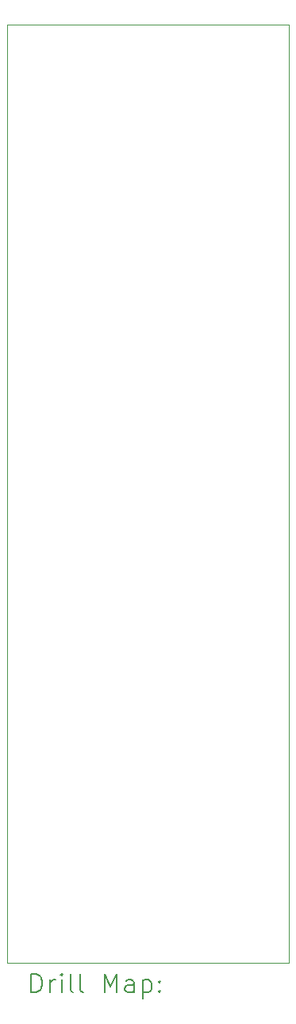
<source format=gbr>
%FSLAX45Y45*%
G04 Gerber Fmt 4.5, Leading zero omitted, Abs format (unit mm)*
G04 Created by KiCad (PCBNEW (6.0.0-0)) date 2022-12-14 00:02:19*
%MOMM*%
%LPD*%
G01*
G04 APERTURE LIST*
%TA.AperFunction,Profile*%
%ADD10C,0.100000*%
%TD*%
%ADD11C,0.200000*%
G04 APERTURE END LIST*
D10*
X5200000Y-13700000D02*
X5200000Y-3700000D01*
X8200000Y-12200000D02*
X8200000Y-13700000D01*
X8200000Y-3700000D02*
X5200000Y-3700000D01*
X8200000Y-13700000D02*
X5200000Y-13700000D01*
X8200000Y-5800000D02*
X8200000Y-12200000D01*
X8200000Y-5800000D02*
X8200000Y-3700000D01*
D11*
X5452619Y-14015476D02*
X5452619Y-13815476D01*
X5500238Y-13815476D01*
X5528810Y-13825000D01*
X5547857Y-13844048D01*
X5557381Y-13863095D01*
X5566905Y-13901190D01*
X5566905Y-13929762D01*
X5557381Y-13967857D01*
X5547857Y-13986905D01*
X5528810Y-14005952D01*
X5500238Y-14015476D01*
X5452619Y-14015476D01*
X5652619Y-14015476D02*
X5652619Y-13882143D01*
X5652619Y-13920238D02*
X5662143Y-13901190D01*
X5671667Y-13891667D01*
X5690714Y-13882143D01*
X5709762Y-13882143D01*
X5776428Y-14015476D02*
X5776428Y-13882143D01*
X5776428Y-13815476D02*
X5766905Y-13825000D01*
X5776428Y-13834524D01*
X5785952Y-13825000D01*
X5776428Y-13815476D01*
X5776428Y-13834524D01*
X5900238Y-14015476D02*
X5881190Y-14005952D01*
X5871667Y-13986905D01*
X5871667Y-13815476D01*
X6005000Y-14015476D02*
X5985952Y-14005952D01*
X5976428Y-13986905D01*
X5976428Y-13815476D01*
X6233571Y-14015476D02*
X6233571Y-13815476D01*
X6300238Y-13958333D01*
X6366905Y-13815476D01*
X6366905Y-14015476D01*
X6547857Y-14015476D02*
X6547857Y-13910714D01*
X6538333Y-13891667D01*
X6519286Y-13882143D01*
X6481190Y-13882143D01*
X6462143Y-13891667D01*
X6547857Y-14005952D02*
X6528809Y-14015476D01*
X6481190Y-14015476D01*
X6462143Y-14005952D01*
X6452619Y-13986905D01*
X6452619Y-13967857D01*
X6462143Y-13948809D01*
X6481190Y-13939286D01*
X6528809Y-13939286D01*
X6547857Y-13929762D01*
X6643095Y-13882143D02*
X6643095Y-14082143D01*
X6643095Y-13891667D02*
X6662143Y-13882143D01*
X6700238Y-13882143D01*
X6719286Y-13891667D01*
X6728809Y-13901190D01*
X6738333Y-13920238D01*
X6738333Y-13977381D01*
X6728809Y-13996428D01*
X6719286Y-14005952D01*
X6700238Y-14015476D01*
X6662143Y-14015476D01*
X6643095Y-14005952D01*
X6824048Y-13996428D02*
X6833571Y-14005952D01*
X6824048Y-14015476D01*
X6814524Y-14005952D01*
X6824048Y-13996428D01*
X6824048Y-14015476D01*
X6824048Y-13891667D02*
X6833571Y-13901190D01*
X6824048Y-13910714D01*
X6814524Y-13901190D01*
X6824048Y-13891667D01*
X6824048Y-13910714D01*
M02*

</source>
